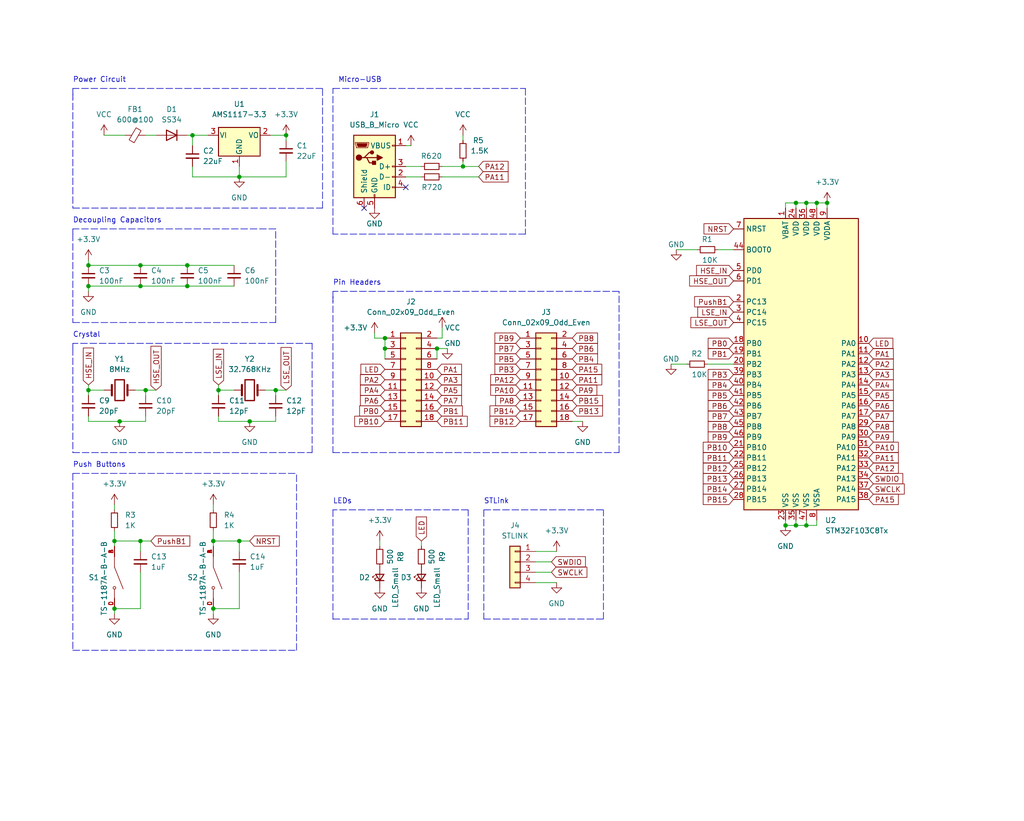
<source format=kicad_sch>
(kicad_sch (version 20211123) (generator eeschema)
  (paper "User" 250.012 200.381)
  (title_block (title "VaporBoard") (date "2022-09-11") (rev "0.1") (company "Vapor Studio") (comment 1 "Aesthetic STM32 based breakout board"))
  (lib_symbols
    (symbol "Connector:USB_B_Micro" (pin_names (offset 1.016))
      (property "Reference" "J" (at -5.08 11.43 0))
      (property "Value" "USB_B_Micro" (at -5.08 8.89 0))
      (symbol "USB_B_Micro_0_1"
        (rectangle (start -5.08 -7.62) (end 5.08 7.62) (stroke (width 0.254)) (fill (type background)))
        (circle (center -3.81 2.159) (radius 0.635) (stroke (width 0.254)) (fill (type outline)))
        (circle (center -0.635 3.429) (radius 0.381) (stroke (width 0.254)) (fill (type outline)))
        (rectangle (start -0.127 -7.62) (end 0.127 -6.858))
        (polyline (pts (xy -1.905 2.159) (xy 0.635 2.159)) (stroke (width 0.254)))
        (polyline (pts (xy -3.175 2.159) (xy -2.54 2.159) (xy -1.27 3.429) (xy -0.635 3.429)) (stroke (width 0.254)))
        (polyline (pts (xy -2.54 2.159) (xy -1.905 2.159) (xy -1.27 0.889) (xy 0 0.889)) (stroke (width 0.254)))
        (polyline (pts (xy 0.635 2.794) (xy 0.635 1.524) (xy 1.905 2.159) (xy 0.635 2.794)) (stroke (width 0.254)) (fill (type outline)))
        (polyline (pts (xy -4.318 5.588) (xy -1.778 5.588) (xy -2.032 4.826) (xy -4.064 4.826) (xy -4.318 5.588)) (fill (type outline)))
        (polyline (pts (xy -4.699 5.842) (xy -4.699 5.588) (xy -4.445 4.826) (xy -4.445 4.572) (xy -1.651 4.572) (xy -1.651 4.826) (xy -1.397 5.588) (xy -1.397 5.842) (xy -4.699 5.842)))
        (rectangle (start 0.254 1.27) (end -0.508 0.508) (stroke (width 0.254)) (fill (type outline)))
        (rectangle (start 5.08 -5.207) (end 4.318 -4.953))
        (rectangle (start 5.08 -2.667) (end 4.318 -2.413))
        (rectangle (start 5.08 -0.127) (end 4.318 0.127))
        (rectangle (start 5.08 4.953) (end 4.318 5.207))
      )
      (symbol "USB_B_Micro_1_1"
        (pin power_out line (at 7.62 5.08 180) (length 2.54) (name "VBUS") (number "1"))
        (pin bidirectional line (at 7.62 -2.54 180) (length 2.54) (name "D-") (number "2"))
        (pin bidirectional line (at 7.62 0 180) (length 2.54) (name "D+") (number "3"))
        (pin passive line (at 7.62 -5.08 180) (length 2.54) (name "ID") (number "4"))
        (pin power_out line (at 0 -10.16 90) (length 2.54) (name "GND") (number "5"))
        (pin passive line (at -2.54 -10.16 90) (length 2.54) (name "Shield") (number "6"))
      )
    )
    (symbol "Connector_Generic:Conn_01x04" (pin_names (offset 1.016) hide)
      (property "Reference" "J" (at 0 5.08 0))
      (property "Value" "Conn_01x04" (at 0 -7.62 0))
      (symbol "Conn_01x04_1_1"
        (rectangle (start -1.27 -4.953) (end 0 -5.207) (stroke (width 0.1524)))
        (rectangle (start -1.27 -2.413) (end 0 -2.667) (stroke (width 0.1524)))
        (rectangle (start -1.27 0.127) (end 0 -0.127) (stroke (width 0.1524)))
        (rectangle (start -1.27 2.667) (end 0 2.413) (stroke (width 0.1524)))
        (rectangle (start -1.27 3.81) (end 1.27 -6.35) (stroke (width 0.254)) (fill (type background)))
        (pin passive line (at -5.08 2.54 0) (length 3.81) (name "Pin_1") (number "1"))
        (pin passive line (at -5.08 0 0) (length 3.81) (name "Pin_2") (number "2"))
        (pin passive line (at -5.08 -2.54 0) (length 3.81) (name "Pin_3") (number "3"))
        (pin passive line (at -5.08 -5.08 0) (length 3.81) (name "Pin_4") (number "4"))
      )
    )
    (symbol "Connector_Generic:Conn_02x09_Odd_Even" (pin_names (offset 1.016) hide)
      (property "Reference" "J" (at 1.27 12.7 0))
      (property "Value" "Conn_02x09_Odd_Even" (at 1.27 -12.7 0))
      (symbol "Conn_02x09_Odd_Even_1_1"
        (rectangle (start -1.27 -10.033) (end 0 -10.287) (stroke (width 0.1524)))
        (rectangle (start -1.27 -7.493) (end 0 -7.747) (stroke (width 0.1524)))
        (rectangle (start -1.27 -4.953) (end 0 -5.207) (stroke (width 0.1524)))
        (rectangle (start -1.27 -2.413) (end 0 -2.667) (stroke (width 0.1524)))
        (rectangle (start -1.27 0.127) (end 0 -0.127) (stroke (width 0.1524)))
        (rectangle (start -1.27 2.667) (end 0 2.413) (stroke (width 0.1524)))
        (rectangle (start -1.27 5.207) (end 0 4.953) (stroke (width 0.1524)))
        (rectangle (start -1.27 7.747) (end 0 7.493) (stroke (width 0.1524)))
        (rectangle (start -1.27 10.287) (end 0 10.033) (stroke (width 0.1524)))
        (rectangle (start -1.27 11.43) (end 3.81 -11.43) (stroke (width 0.254)) (fill (type background)))
        (rectangle (start 3.81 -10.033) (end 2.54 -10.287) (stroke (width 0.1524)))
        (rectangle (start 3.81 -7.493) (end 2.54 -7.747) (stroke (width 0.1524)))
        (rectangle (start 3.81 -4.953) (end 2.54 -5.207) (stroke (width 0.1524)))
        (rectangle (start 3.81 -2.413) (end 2.54 -2.667) (stroke (width 0.1524)))
        (rectangle (start 3.81 0.127) (end 2.54 -0.127) (stroke (width 0.1524)))
        (rectangle (start 3.81 2.667) (end 2.54 2.413) (stroke (width 0.1524)))
        (rectangle (start 3.81 5.207) (end 2.54 4.953) (stroke (width 0.1524)))
        (rectangle (start 3.81 7.747) (end 2.54 7.493) (stroke (width 0.1524)))
        (rectangle (start 3.81 10.287) (end 2.54 10.033) (stroke (width 0.1524)))
        (pin passive line (at -5.08 10.16 0) (length 3.81) (name "Pin_1") (number "1"))
        (pin passive line (at 7.62 0 180) (length 3.81) (name "Pin_10") (number "10"))
        (pin passive line (at -5.08 -2.54 0) (length 3.81) (name "Pin_11") (number "11"))
        (pin passive line (at 7.62 -2.54 180) (length 3.81) (name "Pin_12") (number "12"))
        (pin passive line (at -5.08 -5.08 0) (length 3.81) (name "Pin_13") (number "13"))
        (pin passive line (at 7.62 -5.08 180) (length 3.81) (name "Pin_14") (number "14"))
        (pin passive line (at -5.08 -7.62 0) (length 3.81) (name "Pin_15") (number "15"))
        (pin passive line (at 7.62 -7.62 180) (length 3.81) (name "Pin_16") (number "16"))
        (pin passive line (at -5.08 -10.16 0) (length 3.81) (name "Pin_17") (number "17"))
        (pin passive line (at 7.62 -10.16 180) (length 3.81) (name "Pin_18") (number "18"))
        (pin passive line (at 7.62 10.16 180) (length 3.81) (name "Pin_2") (number "2"))
        (pin passive line (at -5.08 7.62 0) (length 3.81) (name "Pin_3") (number "3"))
        (pin passive line (at 7.62 7.62 180) (length 3.81) (name "Pin_4") (number "4"))
        (pin passive line (at -5.08 5.08 0) (length 3.81) (name "Pin_5") (number "5"))
        (pin passive line (at 7.62 5.08 180) (length 3.81) (name "Pin_6") (number "6"))
        (pin passive line (at -5.08 2.54 0) (length 3.81) (name "Pin_7") (number "7"))
        (pin passive line (at 7.62 2.54 180) (length 3.81) (name "Pin_8") (number "8"))
        (pin passive line (at -5.08 0 0) (length 3.81) (name "Pin_9") (number "9"))
      )
    )
    (symbol "Device:C_Small" (pin_numbers hide) (pin_names (offset 0.254) hide)
      (property "Reference" "C" (at 0.254 1.778 0))
      (property "Value" "C_Small" (at 0.254 -2.032 0))
      (symbol "C_Small_0_1"
        (polyline (pts (xy -1.524 -0.508) (xy 1.524 -0.508)) (stroke (width 0.3302)))
        (polyline (pts (xy -1.524 0.508) (xy 1.524 0.508)) (stroke (width 0.3048)))
      )
      (symbol "C_Small_1_1"
        (pin passive line (at 0 2.54 270) (length 2.032) (name "~") (number "1"))
        (pin passive line (at 0 -2.54 90) (length 2.032) (name "~") (number "2"))
      )
    )
    (symbol "Device:Crystal" (pin_numbers hide) (pin_names (offset 1.016) hide)
      (property "Reference" "Y" (at 0 3.81 0))
      (property "Value" "Crystal" (at 0 -3.81 0))
      (symbol "Crystal_0_1"
        (rectangle (start -1.143 2.54) (end 1.143 -2.54) (stroke (width 0.3048)))
        (polyline (pts (xy -2.54 0) (xy -1.905 0)))
        (polyline (pts (xy -1.905 -1.27) (xy -1.905 1.27)) (stroke (width 0.508)))
        (polyline (pts (xy 1.905 -1.27) (xy 1.905 1.27)) (stroke (width 0.508)))
        (polyline (pts (xy 2.54 0) (xy 1.905 0)))
      )
      (symbol "Crystal_1_1"
        (pin passive line (at -3.81 0 0) (length 1.27) (name "1") (number "1"))
        (pin passive line (at 3.81 0 180) (length 1.27) (name "2") (number "2"))
      )
    )
    (symbol "Device:D" (pin_numbers hide) (pin_names (offset 1.016) hide)
      (property "Reference" "D" (at 0 2.54 0))
      (property "Value" "D" (at 0 -2.54 0))
      (symbol "D_0_1"
        (polyline (pts (xy -1.27 1.27) (xy -1.27 -1.27)) (stroke (width 0.254)))
        (polyline (pts (xy 1.27 0) (xy -1.27 0)))
        (polyline (pts (xy 1.27 1.27) (xy 1.27 -1.27) (xy -1.27 0) (xy 1.27 1.27)) (stroke (width 0.254)))
      )
      (symbol "D_1_1"
        (pin passive line (at -3.81 0 0) (length 2.54) (name "K") (number "1"))
        (pin passive line (at 3.81 0 180) (length 2.54) (name "A") (number "2"))
      )
    )
    (symbol "Device:FerriteBead_Small" (pin_numbers hide) (pin_names (offset 0))
      (property "Reference" "FB" (at 1.905 1.27 0))
      (property "Value" "FerriteBead_Small" (at 1.905 -1.27 0))
      (symbol "FerriteBead_Small_0_1"
        (polyline (pts (xy 0 -1.27) (xy 0 -0.7874)))
        (polyline (pts (xy 0 0.889) (xy 0 1.2954)))
        (polyline (pts (xy -1.8288 0.2794) (xy -1.1176 1.4986) (xy 1.8288 -0.2032) (xy 1.1176 -1.4224) (xy -1.8288 0.2794)))
      )
      (symbol "FerriteBead_Small_1_1"
        (pin passive line (at 0 2.54 270) (length 1.27) (name "~") (number "1"))
        (pin passive line (at 0 -2.54 90) (length 1.27) (name "~") (number "2"))
      )
    )
    (symbol "Device:LED_Small" (pin_numbers hide) (pin_names (offset 0.254) hide)
      (property "Reference" "D" (at -1.27 3.175 0))
      (property "Value" "LED_Small" (at -4.445 -2.54 0))
      (symbol "LED_Small_0_1"
        (polyline (pts (xy -0.762 -1.016) (xy -0.762 1.016)) (stroke (width 0.254)))
        (polyline (pts (xy 1.016 0) (xy -0.762 0)))
        (polyline (pts (xy 0.762 -1.016) (xy -0.762 0) (xy 0.762 1.016) (xy 0.762 -1.016)) (stroke (width 0.254)))
        (polyline (pts (xy 0 0.762) (xy -0.508 1.27) (xy -0.254 1.27) (xy -0.508 1.27) (xy -0.508 1.016)))
        (polyline (pts (xy 0.508 1.27) (xy 0 1.778) (xy 0.254 1.778) (xy 0 1.778) (xy 0 1.524)))
      )
      (symbol "LED_Small_1_1"
        (pin passive line (at -2.54 0 0) (length 1.778) (name "K") (number "1"))
        (pin passive line (at 2.54 0 180) (length 1.778) (name "A") (number "2"))
      )
    )
    (symbol "Device:R_Small" (pin_numbers hide) (pin_names (offset 0.254) hide)
      (property "Reference" "R" (at 0.762 0.508 0))
      (property "Value" "R_Small" (at 0.762 -1.016 0))
      (symbol "R_Small_0_1"
        (rectangle (start -0.762 1.778) (end 0.762 -1.778) (stroke (width 0.2032)))
      )
      (symbol "R_Small_1_1"
        (pin passive line (at 0 2.54 270) (length 0.762) (name "~") (number "1"))
        (pin passive line (at 0 -2.54 90) (length 0.762) (name "~") (number "2"))
      )
    )
    (symbol "MCU_ST_STM32F1:STM32F103C8Tx"
      (property "Reference" "U" (at -15.24 36.83 0))
      (property "Value" "STM32F103C8Tx" (at 7.62 36.83 0))
      (symbol "STM32F103C8Tx_0_1"
        (rectangle (start -15.24 -35.56) (end 12.7 35.56) (stroke (width 0.254)) (fill (type background)))
      )
      (symbol "STM32F103C8Tx_1_1"
        (pin power_in line (at -5.08 38.1 270) (length 2.54) (name "VBAT") (number "1"))
        (pin bidirectional line (at 15.24 5.08 180) (length 2.54) (name "PA0") (number "10"))
        (pin bidirectional line (at 15.24 2.54 180) (length 2.54) (name "PA1") (number "11"))
        (pin bidirectional line (at 15.24 0 180) (length 2.54) (name "PA2") (number "12"))
        (pin bidirectional line (at 15.24 -2.54 180) (length 2.54) (name "PA3") (number "13"))
        (pin bidirectional line (at 15.24 -5.08 180) (length 2.54) (name "PA4") (number "14"))
        (pin bidirectional line (at 15.24 -7.62 180) (length 2.54) (name "PA5") (number "15"))
        (pin bidirectional line (at 15.24 -10.16 180) (length 2.54) (name "PA6") (number "16"))
        (pin bidirectional line (at 15.24 -12.7 180) (length 2.54) (name "PA7") (number "17"))
        (pin bidirectional line (at -17.78 5.08 0) (length 2.54) (name "PB0") (number "18"))
        (pin bidirectional line (at -17.78 2.54 0) (length 2.54) (name "PB1") (number "19"))
        (pin bidirectional line (at -17.78 15.24 0) (length 2.54) (name "PC13") (number "2"))
        (pin bidirectional line (at -17.78 0 0) (length 2.54) (name "PB2") (number "20"))
        (pin bidirectional line (at -17.78 -20.32 0) (length 2.54) (name "PB10") (number "21"))
        (pin bidirectional line (at -17.78 -22.86 0) (length 2.54) (name "PB11") (number "22"))
        (pin power_in line (at -5.08 -38.1 90) (length 2.54) (name "VSS") (number "23"))
        (pin power_in line (at -2.54 38.1 270) (length 2.54) (name "VDD") (number "24"))
        (pin bidirectional line (at -17.78 -25.4 0) (length 2.54) (name "PB12") (number "25"))
        (pin bidirectional line (at -17.78 -27.94 0) (length 2.54) (name "PB13") (number "26"))
        (pin bidirectional line (at -17.78 -30.48 0) (length 2.54) (name "PB14") (number "27"))
        (pin bidirectional line (at -17.78 -33.02 0) (length 2.54) (name "PB15") (number "28"))
        (pin bidirectional line (at 15.24 -15.24 180) (length 2.54) (name "PA8") (number "29"))
        (pin bidirectional line (at -17.78 12.7 0) (length 2.54) (name "PC14") (number "3"))
        (pin bidirectional line (at 15.24 -17.78 180) (length 2.54) (name "PA9") (number "30"))
        (pin bidirectional line (at 15.24 -20.32 180) (length 2.54) (name "PA10") (number "31"))
        (pin bidirectional line (at 15.24 -22.86 180) (length 2.54) (name "PA11") (number "32"))
        (pin bidirectional line (at 15.24 -25.4 180) (length 2.54) (name "PA12") (number "33"))
        (pin bidirectional line (at 15.24 -27.94 180) (length 2.54) (name "PA13") (number "34"))
        (pin power_in line (at -2.54 -38.1 90) (length 2.54) (name "VSS") (number "35"))
        (pin power_in line (at 0 38.1 270) (length 2.54) (name "VDD") (number "36"))
        (pin bidirectional line (at 15.24 -30.48 180) (length 2.54) (name "PA14") (number "37"))
        (pin bidirectional line (at 15.24 -33.02 180) (length 2.54) (name "PA15") (number "38"))
        (pin bidirectional line (at -17.78 -2.54 0) (length 2.54) (name "PB3") (number "39"))
        (pin bidirectional line (at -17.78 10.16 0) (length 2.54) (name "PC15") (number "4"))
        (pin bidirectional line (at -17.78 -5.08 0) (length 2.54) (name "PB4") (number "40"))
        (pin bidirectional line (at -17.78 -7.62 0) (length 2.54) (name "PB5") (number "41"))
        (pin bidirectional line (at -17.78 -10.16 0) (length 2.54) (name "PB6") (number "42"))
        (pin bidirectional line (at -17.78 -12.7 0) (length 2.54) (name "PB7") (number "43"))
        (pin input line (at -17.78 27.94 0) (length 2.54) (name "BOOT0") (number "44"))
        (pin bidirectional line (at -17.78 -15.24 0) (length 2.54) (name "PB8") (number "45"))
        (pin bidirectional line (at -17.78 -17.78 0) (length 2.54) (name "PB9") (number "46"))
        (pin power_in line (at 0 -38.1 90) (length 2.54) (name "VSS") (number "47"))
        (pin power_in line (at 2.54 38.1 270) (length 2.54) (name "VDD") (number "48"))
        (pin input line (at -17.78 22.86 0) (length 2.54) (name "PD0") (number "5"))
        (pin input line (at -17.78 20.32 0) (length 2.54) (name "PD1") (number "6"))
        (pin input line (at -17.78 33.02 0) (length 2.54) (name "NRST") (number "7"))
        (pin power_in line (at 2.54 -38.1 90) (length 2.54) (name "VSSA") (number "8"))
        (pin power_in line (at 5.08 38.1 270) (length 2.54) (name "VDDA") (number "9"))
      )
    )
    (symbol "Regulator_Linear:AMS1117-3.3" (pin_names (offset 0.254))
      (property "Reference" "U" (at -3.81 3.175 0))
      (property "Value" "AMS1117-3.3" (at 0 3.175 0))
      (symbol "AMS1117-3.3_0_1"
        (rectangle (start -5.08 -5.08) (end 5.08 1.905) (stroke (width 0.254)) (fill (type background)))
      )
      (symbol "AMS1117-3.3_1_1"
        (pin power_in line (at 0 -7.62 90) (length 2.54) (name "GND") (number "1"))
        (pin power_out line (at 7.62 0 180) (length 2.54) (name "VO") (number "2"))
        (pin power_in line (at -7.62 0 0) (length 2.54) (name "VI") (number "3"))
      )
    )
    (symbol "TS-1187A-B-A-B:TS-1187A-B-A-B" (pin_names (offset 1.016) hide)
      (property "Reference" "S" (at -2.54 2.54 0))
      (property "Value" "TS-1187A-B-A-B" (at -2.54 -2.54 0))
      (symbol "TS-1187A-B-A-B_0_0"
        (polyline (pts (xy -2.54 0) (xy -5.08 0)) (stroke (width 0.1524)))
        (polyline (pts (xy -2.54 0) (xy 2.794 2.1336)) (stroke (width 0.1524)))
        (polyline (pts (xy 5.08 0) (xy 2.921 0)) (stroke (width 0.1524)))
        (circle (center 2.54 0) (radius 0.3302) (stroke (width 0.1524)))
        (pin passive line (at -7.62 0 0) (length 2.54) (name "~") (number "A"))
        (pin passive line (at -7.62 0 0) (length 2.54) (name "~") (number "B"))
        (pin passive line (at 7.62 0 180) (length 2.54) (name "~") (number "C"))
        (pin passive line (at 7.62 0 180) (length 2.54) (name "~") (number "D"))
      )
    )
    (symbol "power:+3.3V" (power) (pin_names (offset 0))
      (property "Value" "+3.3V" (at 0 3.556 0))
      (symbol "+3.3V_0_1"
        (polyline (pts (xy -0.762 1.27) (xy 0 2.54)))
        (polyline (pts (xy 0 0) (xy 0 2.54)))
        (polyline (pts (xy 0 2.54) (xy 0.762 1.27)))
      )
      (symbol "+3.3V_1_1"
        (pin power_in line (at 0 0 90) (length 0) hide (name "+3.3V") (number "1"))
      )
    )
    (symbol "power:GND" (power) (pin_names (offset 0))
      (property "Value" "GND" (at 0 -3.81 0))
      (symbol "GND_0_1"
        (polyline (pts (xy 0 0) (xy 0 -1.27) (xy 1.27 -1.27) (xy 0 -2.54) (xy -1.27 -1.27) (xy 0 -1.27)))
      )
      (symbol "GND_1_1"
        (pin power_in line (at 0 0 270) (length 0) hide (name "GND") (number "1"))
      )
    )
    (symbol "power:VCC" (power) (pin_names (offset 0))
      (property "Value" "VCC" (at 0 3.81 0))
      (symbol "VCC_0_1"
        (polyline (pts (xy -0.762 1.27) (xy 0 2.54)))
        (polyline (pts (xy 0 0) (xy 0 2.54)))
        (polyline (pts (xy 0 2.54) (xy 0.762 1.27)))
      )
      (symbol "VCC_1_1"
        (pin power_in line (at 0 0 90) (length 0) hide (name "VCC") (number "1"))
      )
    )
  )
  (junction (at 27.94 132.08))
  (junction (at 60.96 102.87))
  (junction (at 58.42 132.08))
  (junction (at 93.98 85.09))
  (junction (at 201.93 49.53))
  (junction (at 196.85 128.27))
  (junction (at 93.98 82.55))
  (junction (at 69.85 33.02))
  (junction (at 191.77 128.27))
  (junction (at 113.03 40.64))
  (junction (at 21.59 69.85))
  (junction (at 199.39 49.53))
  (junction (at 27.94 148.59))
  (junction (at 46.99 33.02))
  (junction (at 194.31 128.27))
  (junction (at 21.59 95.25))
  (junction (at 67.31 95.25))
  (junction (at 45.72 69.85))
  (junction (at 196.85 49.53))
  (junction (at 29.21 102.87))
  (junction (at 35.56 95.25))
  (junction (at 21.59 64.77))
  (junction (at 34.29 64.77))
  (junction (at 34.29 132.08))
  (junction (at 194.31 49.53))
  (junction (at 45.72 64.77))
  (junction (at 53.34 95.25))
  (junction (at 52.07 132.08))
  (junction (at 34.29 69.85))
  (junction (at 106.68 85.09))
  (junction (at 58.42 43.18))
  (junction (at 52.07 148.59))
  (no_connect (at 88.9 50.8))
  (no_connect (at 99.06 45.72))
  (wire (pts (xy 196.85 127) (xy 196.85 128.27)))
  (polyline (pts (xy 114.3 124.46) (xy 81.28 124.46)))
  (wire (pts (xy 199.39 128.27) (xy 196.85 128.27)))
  (polyline (pts (xy 147.32 151.13) (xy 147.32 124.46)))
  (wire (pts (xy 113.03 33.02) (xy 113.03 34.29)))
  (wire (pts (xy 165.1 60.96) (xy 170.18 60.96)))
  (wire (pts (xy 139.7 102.87) (xy 142.24 102.87)))
  (wire (pts (xy 130.81 139.7) (xy 134.62 139.7)))
  (polyline (pts (xy 128.27 57.15) (xy 81.28 57.15)))
  (wire (pts (xy 67.31 101.6) (xy 67.31 102.87)))
  (polyline (pts (xy 17.78 78.74) (xy 67.31 78.74)))
  (polyline (pts (xy 78.74 21.59) (xy 17.78 21.59)))
  (polyline (pts (xy 17.78 57.15) (xy 17.78 78.74)))
  (wire (pts (xy 107.95 40.64) (xy 113.03 40.64)))
  (wire (pts (xy 33.02 95.25) (xy 35.56 95.25)))
  (wire (pts (xy 196.85 50.8) (xy 196.85 49.53)))
  (wire (pts (xy 93.98 82.55) (xy 93.98 85.09)))
  (wire (pts (xy 34.29 148.59) (xy 27.94 148.59)))
  (wire (pts (xy 107.95 43.18) (xy 116.84 43.18)))
  (wire (pts (xy 58.42 40.64) (xy 58.42 43.18)))
  (polyline (pts (xy 114.3 151.13) (xy 114.3 124.46)))
  (wire (pts (xy 35.56 101.6) (xy 35.56 102.87)))
  (wire (pts (xy 113.03 40.64) (xy 116.84 40.64)))
  (wire (pts (xy 53.34 95.25) (xy 57.15 95.25)))
  (wire (pts (xy 69.85 33.02) (xy 69.85 34.29)))
  (wire (pts (xy 130.81 142.24) (xy 135.89 142.24)))
  (wire (pts (xy 99.06 40.64) (xy 102.87 40.64)))
  (wire (pts (xy 38.1 95.25) (xy 35.56 95.25)))
  (wire (pts (xy 58.42 139.7) (xy 58.42 148.59)))
  (wire (pts (xy 91.44 82.55) (xy 91.44 81.28)))
  (wire (pts (xy 172.72 88.9) (xy 179.07 88.9)))
  (wire (pts (xy 35.56 95.25) (xy 35.56 96.52)))
  (wire (pts (xy 107.95 80.01) (xy 107.95 82.55)))
  (wire (pts (xy 27.94 129.54) (xy 27.94 132.08)))
  (wire (pts (xy 93.98 85.09) (xy 93.98 87.63)))
  (wire (pts (xy 34.29 69.85) (xy 45.72 69.85)))
  (wire (pts (xy 45.72 64.77) (xy 57.15 64.77)))
  (wire (pts (xy 25.4 33.02) (xy 30.48 33.02)))
  (wire (pts (xy 191.77 127) (xy 191.77 128.27)))
  (polyline (pts (xy 76.2 83.82) (xy 17.78 83.82)))
  (wire (pts (xy 191.77 49.53) (xy 194.31 49.53)))
  (wire (pts (xy 21.59 69.85) (xy 34.29 69.85)))
  (polyline (pts (xy 118.11 124.46) (xy 147.32 124.46)))
  (wire (pts (xy 21.59 64.77) (xy 34.29 64.77)))
  (wire (pts (xy 34.29 134.62) (xy 34.29 132.08)))
  (polyline (pts (xy 67.31 55.88) (xy 17.78 55.88)))
  (polyline (pts (xy 67.31 78.74) (xy 67.31 55.88)))
  (polyline (pts (xy 81.28 21.59) (xy 128.27 21.59)))
  (wire (pts (xy 21.59 69.85) (xy 21.59 71.12)))
  (wire (pts (xy 58.42 134.62) (xy 58.42 132.08)))
  (wire (pts (xy 53.34 102.87) (xy 60.96 102.87)))
  (wire (pts (xy 45.72 33.02) (xy 46.99 33.02)))
  (polyline (pts (xy 81.28 57.15) (xy 81.28 21.59)))
  (wire (pts (xy 199.39 49.53) (xy 201.93 49.53)))
  (wire (pts (xy 27.94 123.19) (xy 27.94 124.46)))
  (wire (pts (xy 46.99 40.64) (xy 46.99 43.18)))
  (wire (pts (xy 64.77 95.25) (xy 67.31 95.25)))
  (wire (pts (xy 196.85 128.27) (xy 194.31 128.27)))
  (polyline (pts (xy 76.2 110.49) (xy 76.2 83.82)))
  (wire (pts (xy 106.68 85.09) (xy 109.22 85.09)))
  (wire (pts (xy 113.03 39.37) (xy 113.03 40.64)))
  (wire (pts (xy 201.93 49.53) (xy 201.93 50.8)))
  (polyline (pts (xy 17.78 110.49) (xy 76.2 110.49)))
  (wire (pts (xy 196.85 49.53) (xy 194.31 49.53)))
  (polyline (pts (xy 17.78 83.82) (xy 17.78 85.09)))
  (wire (pts (xy 58.42 132.08) (xy 52.07 132.08)))
  (wire (pts (xy 67.31 95.25) (xy 67.31 96.52)))
  (wire (pts (xy 21.59 93.98) (xy 21.59 95.25)))
  (polyline (pts (xy 81.28 124.46) (xy 81.28 151.13)))
  (wire (pts (xy 53.34 101.6) (xy 53.34 102.87)))
  (wire (pts (xy 107.95 82.55) (xy 106.68 82.55)))
  (wire (pts (xy 130.81 134.62) (xy 135.89 134.62)))
  (wire (pts (xy 199.39 50.8) (xy 199.39 49.53)))
  (wire (pts (xy 34.29 64.77) (xy 45.72 64.77)))
  (wire (pts (xy 194.31 128.27) (xy 191.77 128.27)))
  (polyline (pts (xy 72.39 158.75) (xy 72.39 115.57)))
  (polyline (pts (xy 81.28 71.12) (xy 81.28 73.66)))
  (wire (pts (xy 27.94 148.59) (xy 27.94 149.86)))
  (wire (pts (xy 199.39 49.53) (xy 196.85 49.53)))
  (polyline (pts (xy 17.78 55.88) (xy 17.78 57.15)))
  (wire (pts (xy 52.07 123.19) (xy 52.07 124.46)))
  (wire (pts (xy 175.26 60.96) (xy 179.07 60.96)))
  (polyline (pts (xy 81.28 151.13) (xy 114.3 151.13)))
  (wire (pts (xy 53.34 93.98) (xy 53.34 95.25)))
  (wire (pts (xy 21.59 102.87) (xy 29.21 102.87)))
  (polyline (pts (xy 78.74 50.8) (xy 78.74 21.59)))
  (wire (pts (xy 21.59 101.6) (xy 21.59 102.87)))
  (wire (pts (xy 58.42 43.18) (xy 46.99 43.18)))
  (wire (pts (xy 46.99 33.02) (xy 46.99 35.56)))
  (polyline (pts (xy 17.78 158.75) (xy 72.39 158.75)))
  (polyline (pts (xy 17.78 22.86) (xy 17.78 50.8)))
  (wire (pts (xy 52.07 132.08) (xy 52.07 133.35)))
  (wire (pts (xy 99.06 35.56) (xy 100.33 35.56)))
  (wire (pts (xy 35.56 102.87) (xy 29.21 102.87)))
  (wire (pts (xy 34.29 132.08) (xy 36.83 132.08)))
  (wire (pts (xy 194.31 127) (xy 194.31 128.27)))
  (wire (pts (xy 99.06 43.18) (xy 102.87 43.18)))
  (polyline (pts (xy 128.27 21.59) (xy 128.27 57.15)))
  (wire (pts (xy 130.81 137.16) (xy 134.62 137.16)))
  (wire (pts (xy 102.87 132.08) (xy 102.87 133.35)))
  (wire (pts (xy 199.39 127) (xy 199.39 128.27)))
  (wire (pts (xy 52.07 148.59) (xy 52.07 149.86)))
  (wire (pts (xy 21.59 96.52) (xy 21.59 95.25)))
  (wire (pts (xy 163.83 88.9) (xy 167.64 88.9)))
  (wire (pts (xy 58.42 148.59) (xy 52.07 148.59)))
  (wire (pts (xy 106.68 85.09) (xy 106.68 87.63)))
  (polyline (pts (xy 81.28 124.46) (xy 81.28 124.46)))
  (wire (pts (xy 66.04 33.02) (xy 69.85 33.02)))
  (wire (pts (xy 27.94 132.08) (xy 27.94 133.35)))
  (polyline (pts (xy 17.78 50.8) (xy 78.74 50.8)))
  (wire (pts (xy 69.85 43.18) (xy 58.42 43.18)))
  (polyline (pts (xy 151.13 110.49) (xy 151.13 71.12)))
  (wire (pts (xy 69.85 39.37) (xy 69.85 43.18)))
  (wire (pts (xy 67.31 102.87) (xy 60.96 102.87)))
  (polyline (pts (xy 81.28 110.49) (xy 151.13 110.49)))
  (wire (pts (xy 69.85 95.25) (xy 67.31 95.25)))
  (wire (pts (xy 53.34 96.52) (xy 53.34 95.25)))
  (wire (pts (xy 35.56 33.02) (xy 38.1 33.02)))
  (wire (pts (xy 34.29 132.08) (xy 27.94 132.08)))
  (wire (pts (xy 46.99 33.02) (xy 50.8 33.02)))
  (wire (pts (xy 58.42 132.08) (xy 60.96 132.08)))
  (wire (pts (xy 191.77 50.8) (xy 191.77 49.53)))
  (wire (pts (xy 34.29 139.7) (xy 34.29 148.59)))
  (polyline (pts (xy 17.78 85.09) (xy 17.78 110.49)))
  (polyline (pts (xy 118.11 124.46) (xy 118.11 151.13)))
  (wire (pts (xy 21.59 95.25) (xy 25.4 95.25)))
  (wire (pts (xy 92.71 133.35) (xy 92.71 132.08)))
  (wire (pts (xy 52.07 129.54) (xy 52.07 132.08)))
  (polyline (pts (xy 17.78 115.57) (xy 17.78 158.75)))
  (polyline (pts (xy 17.78 115.57) (xy 72.39 115.57)))
  (wire (pts (xy 45.72 69.85) (xy 57.15 69.85)))
  (wire (pts (xy 194.31 50.8) (xy 194.31 49.53)))
  (polyline (pts (xy 118.11 151.13) (xy 147.32 151.13)))
  (polyline (pts (xy 151.13 71.12) (xy 81.28 71.12)))
  (polyline (pts (xy 81.28 72.39) (xy 81.28 110.49)))
  (wire (pts (xy 93.98 82.55) (xy 91.44 82.55)))
  (polyline (pts (xy 17.78 21.59) (xy 17.78 24.13)))
  (wire (pts (xy 21.59 63.5) (xy 21.59 64.77)))
  (text "Decoupling Capacitors" (at 17.78 54.61 0) (effects (font (size 1.27 1.27)) (justify left bottom)))
  (text "Push Buttons\n" (at 17.78 114.3 0) (effects (font (size 1.27 1.27)) (justify left bottom)))
  (text "Micro-USB\n" (at 82.55 20.32 0) (effects (font (size 1.27 1.27)) (justify left bottom)))
  (text "LEDs\n" (at 81.28 123.19 0) (effects (font (size 1.27 1.27)) (justify left bottom)))
  (text "Crystal" (at 17.78 82.55 0) (effects (font (size 1.27 1.27)) (justify left bottom)))
  (text "STLink\n" (at 118.11 123.19 0) (effects (font (size 1.27 1.27)) (justify left bottom)))
  (text "Pin Headers\n" (at 81.28 69.85 0) (effects (font (size 1.27 1.27)) (justify left bottom)))
  (text "Power Circuit" (at 17.78 20.32 0) (effects (font (size 1.27 1.27)) (justify left bottom)))
  (global_label "PA3" (shape input) (at 106.68 92.71 0) (property "Intersheet References" "${INTERSHEET_REFS}" (effects hide)))
  (global_label "LED" (shape input) (at 93.98 90.17 180) (property "Intersheet References" "${INTERSHEET_REFS}" (effects hide)))
  (global_label "HSE_OUT" (shape input) (at 179.07 68.58 180) (property "Intersheet References" "${INTERSHEET_REFS}" (effects hide)))
  (global_label "PB15" (shape input) (at 179.07 121.92 180) (property "Intersheet References" "${INTERSHEET_REFS}" (effects hide)))
  (global_label "PA11" (shape input) (at 212.09 111.76 0) (property "Intersheet References" "${INTERSHEET_REFS}" (effects hide)))
  (global_label "PB12" (shape input) (at 127 102.87 180) (property "Intersheet References" "${INTERSHEET_REFS}" (effects hide)))
  (global_label "PB9" (shape input) (at 127 82.55 180) (property "Intersheet References" "${INTERSHEET_REFS}" (effects hide)))
  (global_label "SWDIO" (shape input) (at 134.62 137.16 0) (property "Intersheet References" "${INTERSHEET_REFS}" (effects hide)))
  (global_label "PB6" (shape input) (at 179.07 99.06 180) (property "Intersheet References" "${INTERSHEET_REFS}" (effects hide)))
  (global_label "PA12" (shape input) (at 127 92.71 180) (property "Intersheet References" "${INTERSHEET_REFS}" (effects hide)))
  (global_label "PA7" (shape input) (at 106.68 97.79 0) (property "Intersheet References" "${INTERSHEET_REFS}" (effects hide)))
  (global_label "PA8" (shape input) (at 127 97.79 180) (property "Intersheet References" "${INTERSHEET_REFS}" (effects hide)))
  (global_label "PA4" (shape input) (at 212.09 93.98 0) (property "Intersheet References" "${INTERSHEET_REFS}" (effects hide)))
  (global_label "NRST" (shape input) (at 179.07 55.88 180) (property "Intersheet References" "${INTERSHEET_REFS}" (effects hide)))
  (global_label "PA2" (shape input) (at 212.09 88.9 0) (property "Intersheet References" "${INTERSHEET_REFS}" (effects hide)))
  (global_label "HSE_OUT" (shape input) (at 38.1 95.25 90) (property "Intersheet References" "${INTERSHEET_REFS}" (effects hide)))
  (global_label "PB14" (shape input) (at 179.07 119.38 180) (property "Intersheet References" "${INTERSHEET_REFS}" (effects hide)))
  (global_label "SWCLK" (shape input) (at 134.62 139.7 0) (property "Intersheet References" "${INTERSHEET_REFS}" (effects hide)))
  (global_label "PushB1" (shape input) (at 179.07 73.66 180) (property "Intersheet References" "${INTERSHEET_REFS}" (effects hide)))
  (global_label "LSE_OUT" (shape input) (at 179.07 78.74 180) (property "Intersheet References" "${INTERSHEET_REFS}" (effects hide)))
  (global_label "PB10" (shape input) (at 179.07 109.22 180) (property "Intersheet References" "${INTERSHEET_REFS}" (effects hide)))
  (global_label "PB10" (shape input) (at 93.98 102.87 180) (property "Intersheet References" "${INTERSHEET_REFS}" (effects hide)))
  (global_label "PA4" (shape input) (at 93.98 95.25 180) (property "Intersheet References" "${INTERSHEET_REFS}" (effects hide)))
  (global_label "PB11" (shape input) (at 106.68 102.87 0) (property "Intersheet References" "${INTERSHEET_REFS}" (effects hide)))
  (global_label "PB5" (shape input) (at 127 87.63 180) (property "Intersheet References" "${INTERSHEET_REFS}" (effects hide)))
  (global_label "PB8" (shape input) (at 139.7 82.55 0) (property "Intersheet References" "${INTERSHEET_REFS}" (effects hide)))
  (global_label "PA6" (shape input) (at 93.98 97.79 180) (property "Intersheet References" "${INTERSHEET_REFS}" (effects hide)))
  (global_label "PA5" (shape input) (at 106.68 95.25 0) (property "Intersheet References" "${INTERSHEET_REFS}" (effects hide)))
  (global_label "PB1" (shape input) (at 106.68 100.33 0) (property "Intersheet References" "${INTERSHEET_REFS}" (effects hide)))
  (global_label "PA15" (shape input) (at 212.09 121.92 0) (property "Intersheet References" "${INTERSHEET_REFS}" (effects hide)))
  (global_label "PA3" (shape input) (at 212.09 91.44 0) (property "Intersheet References" "${INTERSHEET_REFS}" (effects hide)))
  (global_label "PA1" (shape input) (at 106.68 90.17 0) (property "Intersheet References" "${INTERSHEET_REFS}" (effects hide)))
  (global_label "PB3" (shape input) (at 127 90.17 180) (property "Intersheet References" "${INTERSHEET_REFS}" (effects hide)))
  (global_label "PB11" (shape input) (at 179.07 111.76 180) (property "Intersheet References" "${INTERSHEET_REFS}" (effects hide)))
  (global_label "PB3" (shape input) (at 179.07 91.44 180) (property "Intersheet References" "${INTERSHEET_REFS}" (effects hide)))
  (global_label "HSE_IN" (shape input) (at 21.59 93.98 90) (property "Intersheet References" "${INTERSHEET_REFS}" (effects hide)))
  (global_label "PB4" (shape input) (at 139.7 87.63 0) (property "Intersheet References" "${INTERSHEET_REFS}" (effects hide)))
  (global_label "LSE_OUT" (shape input) (at 69.85 95.25 90) (property "Intersheet References" "${INTERSHEET_REFS}" (effects hide)))
  (global_label "PA6" (shape input) (at 212.09 99.06 0) (property "Intersheet References" "${INTERSHEET_REFS}" (effects hide)))
  (global_label "PB7" (shape input) (at 127 85.09 180) (property "Intersheet References" "${INTERSHEET_REFS}" (effects hide)))
  (global_label "PB7" (shape input) (at 179.07 101.6 180) (property "Intersheet References" "${INTERSHEET_REFS}" (effects hide)))
  (global_label "SWDIO" (shape input) (at 212.09 116.84 0) (property "Intersheet References" "${INTERSHEET_REFS}" (effects hide)))
  (global_label "PB12" (shape input) (at 179.07 114.3 180) (property "Intersheet References" "${INTERSHEET_REFS}" (effects hide)))
  (global_label "PushB1" (shape input) (at 36.83 132.08 0) (property "Intersheet References" "${INTERSHEET_REFS}" (effects hide)))
  (global_label "PA7" (shape input) (at 212.09 101.6 0) (property "Intersheet References" "${INTERSHEET_REFS}" (effects hide)))
  (global_label "PB0" (shape input) (at 93.98 100.33 180) (property "Intersheet References" "${INTERSHEET_REFS}" (effects hide)))
  (global_label "LSE_IN" (shape input) (at 179.07 76.2 180) (property "Intersheet References" "${INTERSHEET_REFS}" (effects hide)))
  (global_label "LED" (shape input) (at 212.09 83.82 0) (property "Intersheet References" "${INTERSHEET_REFS}" (effects hide)))
  (global_label "PB6" (shape input) (at 139.7 85.09 0) (property "Intersheet References" "${INTERSHEET_REFS}" (effects hide)))
  (global_label "PA12" (shape input) (at 212.09 114.3 0) (property "Intersheet References" "${INTERSHEET_REFS}" (effects hide)))
  (global_label "PB4" (shape input) (at 179.07 93.98 180) (property "Intersheet References" "${INTERSHEET_REFS}" (effects hide)))
  (global_label "PB9" (shape input) (at 179.07 106.68 180) (property "Intersheet References" "${INTERSHEET_REFS}" (effects hide)))
  (global_label "PA1" (shape input) (at 212.09 86.36 0) (property "Intersheet References" "${INTERSHEET_REFS}" (effects hide)))
  (global_label "PA9" (shape input) (at 212.09 106.68 0) (property "Intersheet References" "${INTERSHEET_REFS}" (effects hide)))
  (global_label "SWCLK" (shape input) (at 212.09 119.38 0) (property "Intersheet References" "${INTERSHEET_REFS}" (effects hide)))
  (global_label "PA12" (shape input) (at 116.84 40.64 0) (property "Intersheet References" "${INTERSHEET_REFS}" (effects hide)))
  (global_label "PB0" (shape input) (at 179.07 83.82 180) (property "Intersheet References" "${INTERSHEET_REFS}" (effects hide)))
  (global_label "PA11" (shape input) (at 116.84 43.18 0) (property "Intersheet References" "${INTERSHEET_REFS}" (effects hide)))
  (global_label "PB8" (shape input) (at 179.07 104.14 180) (property "Intersheet References" "${INTERSHEET_REFS}" (effects hide)))
  (global_label "NRST" (shape input) (at 60.96 132.08 0) (property "Intersheet References" "${INTERSHEET_REFS}" (effects hide)))
  (global_label "PA10" (shape input) (at 127 95.25 180) (property "Intersheet References" "${INTERSHEET_REFS}" (effects hide)))
  (global_label "PA11" (shape input) (at 139.7 92.71 0) (property "Intersheet References" "${INTERSHEET_REFS}" (effects hide)))
  (global_label "PA8" (shape input) (at 212.09 104.14 0) (property "Intersheet References" "${INTERSHEET_REFS}" (effects hide)))
  (global_label "PB13" (shape input) (at 139.7 100.33 0) (property "Intersheet References" "${INTERSHEET_REFS}" (effects hide)))
  (global_label "PA10" (shape input) (at 212.09 109.22 0) (property "Intersheet References" "${INTERSHEET_REFS}" (effects hide)))
  (global_label "HSE_IN" (shape input) (at 179.07 66.04 180) (property "Intersheet References" "${INTERSHEET_REFS}" (effects hide)))
  (global_label "PB5" (shape input) (at 179.07 96.52 180) (property "Intersheet References" "${INTERSHEET_REFS}" (effects hide)))
  (global_label "PB1" (shape input) (at 179.07 86.36 180) (property "Intersheet References" "${INTERSHEET_REFS}" (effects hide)))
  (global_label "PA5" (shape input) (at 212.09 96.52 0) (property "Intersheet References" "${INTERSHEET_REFS}" (effects hide)))
  (global_label "PB14" (shape input) (at 127 100.33 180) (property "Intersheet References" "${INTERSHEET_REFS}" (effects hide)))
  (global_label "LSE_IN" (shape input) (at 53.34 93.98 90) (property "Intersheet References" "${INTERSHEET_REFS}" (effects hide)))
  (global_label "PA2" (shape input) (at 93.98 92.71 180) (property "Intersheet References" "${INTERSHEET_REFS}" (effects hide)))
  (global_label "PA15" (shape input) (at 139.7 90.17 0) (property "Intersheet References" "${INTERSHEET_REFS}" (effects hide)))
  (global_label "PA9" (shape input) (at 139.7 95.25 0) (property "Intersheet References" "${INTERSHEET_REFS}" (effects hide)))
  (global_label "PB15" (shape input) (at 139.7 97.79 0) (property "Intersheet References" "${INTERSHEET_REFS}" (effects hide)))
  (global_label "PB13" (shape input) (at 179.07 116.84 180) (property "Intersheet References" "${INTERSHEET_REFS}" (effects hide)))
  (global_label "LED" (shape input) (at 102.87 132.08 90) (property "Intersheet References" "${INTERSHEET_REFS}" (effects hide)))
  (symbol (lib_id "power:GND") (at 21.59 71.12 0) (unit 1)
    (property "Reference" "#PWR010" (effects hide))
    (property "Value" "GND" (at 21.59 76.2 0))
  )
  (symbol (lib_id "Device:R_Small") (at 170.18 88.9 90) (unit 1)
    (property "Reference" "R2" (at 171.45 86.36 90) (effects (justify left)))
    (property "Value" "10K" (at 172.72 91.44 90) (effects (justify left)))
    (property "Footprint" "Resistor_SMD:R_0402_1005Metric" (effects hide))
  )
  (symbol (lib_id "power:GND") (at 91.44 50.8 0) (unit 1)
    (property "Reference" "#PWR020" (effects hide))
    (property "Value" "GND" (at 91.44 54.61 0))
  )
  (symbol (lib_id "power:+3.3V") (at 92.71 132.08 0) (unit 1)
    (property "Reference" "#PWR026" (effects hide))
    (property "Value" "+3.3V" (at 92.71 127 0))
  )
  (symbol (lib_id "Device:R_Small") (at 105.41 40.64 90) (unit 1)
    (property "Reference" "R6" (at 105.41 38.1 90) (effects (justify left)))
    (property "Value" "20" (at 107.95 38.1 90) (effects (justify left)))
    (property "Footprint" "Resistor_SMD:R_0402_1005Metric" (effects hide))
  )
  (symbol (lib_id "power:+3.3V") (at 91.44 81.28 0) (unit 1)
    (property "Reference" "#PWR024" (effects hide))
    (property "Value" "+3.3V" (at 83.82 80.01 0) (effects (justify left)))
  )
  (symbol (lib_id "Device:FerriteBead_Small") (at 33.02 33.02 90) (unit 1)
    (property "Reference" "FB1" (at 32.9819 26.67 90))
    (property "Value" "600@100" (at 32.9819 29.21 90))
    (property "Footprint" "Inductor_SMD:L_0805_2012Metric" (effects hide))
  )
  (symbol (lib_id "Regulator_Linear:AMS1117-3.3") (at 58.42 33.02 0) (unit 1)
    (property "Reference" "U1" (at 58.42 25.4 0))
    (property "Value" "AMS1117-3.3" (at 58.42 27.94 0))
    (property "Footprint" "Package_TO_SOT_SMD:SOT-223-3_TabPin2" (effects hide))
    (property "Datasheet" "http://www.advanced-monolithic.com/pdf/ds1117.pdf" (effects hide))
  )
  (symbol (lib_id "power:GND") (at 27.94 149.86 0) (unit 1)
    (property "Reference" "#PWR021" (effects hide))
    (property "Value" "GND" (at 27.94 154.94 0))
  )
  (symbol (lib_id "Device:C_Small") (at 45.72 67.31 0) (unit 1)
    (property "Reference" "C5" (at 48.26 66.04 0) (effects (justify left)))
    (property "Value" "100nF" (at 48.26 68.58 0) (effects (justify left)))
    (property "Footprint" "Capacitor_SMD:C_0402_1005Metric" (effects hide))
  )
  (symbol (lib_id "power:GND") (at 29.21 102.87 0) (unit 1)
    (property "Reference" "#PWR013" (effects hide))
    (property "Value" "GND" (at 29.21 107.95 0))
  )
  (symbol (lib_id "MCU_ST_STM32F1:STM32F103C8Tx") (at 196.85 88.9 0) (unit 1)
    (property "Reference" "U2" (at 201.4094 127 0) (effects (justify left)))
    (property "Value" "STM32F103C8Tx" (at 201.4094 129.54 0) (effects (justify left)))
    (property "Footprint" "Package_QFP:LQFP-48_7x7mm_P0.5mm" (effects hide))
    (property "Datasheet" "http://www.st.com/st-web-ui/static/active/en/resource/technical/document/datasheet/CD00161566.pdf" (effects hide))
  )
  (symbol (lib_id "power:GND") (at 58.42 43.18 0) (unit 1)
    (property "Reference" "#PWR05" (effects hide))
    (property "Value" "GND" (at 58.42 48.26 0))
  )
  (symbol (lib_id "power:+3.3V") (at 135.89 134.62 0) (unit 1)
    (property "Reference" "#PWR027" (effects hide))
    (property "Value" "+3.3V" (at 135.89 129.54 0))
  )
  (symbol (lib_id "power:GND") (at 163.83 88.9 0) (unit 1)
    (property "Reference" "#PWR012" (effects hide))
    (property "Value" "GND" (at 163.83 87.63 0))
  )
  (symbol (lib_id "power:GND") (at 142.24 102.87 0) (unit 1)
    (property "Reference" "#PWR031" (effects hide))
    (property "Value" "GND" (at 142.24 107.95 0))
  )
  (symbol (lib_id "Device:C_Small") (at 67.31 99.06 0) (unit 1)
    (property "Reference" "C12" (at 69.85 97.7962 0) (effects (justify left)))
    (property "Value" "12pF" (at 69.85 100.3362 0) (effects (justify left)))
    (property "Footprint" "Capacitor_SMD:C_0402_1005Metric" (effects hide))
  )
  (symbol (lib_id "Device:R_Small") (at 52.07 127 0) (unit 1)
    (property "Reference" "R4" (at 54.61 125.73 0) (effects (justify left)))
    (property "Value" "1K" (at 54.61 128.27 0) (effects (justify left)))
    (property "Footprint" "Resistor_SMD:R_0402_1005Metric" (effects hide))
  )
  (symbol (lib_id "Device:C_Small") (at 53.34 99.06 0) (unit 1)
    (property "Reference" "C11" (at 55.88 97.7962 0) (effects (justify left)))
    (property "Value" "12pF" (at 55.88 100.3362 0) (effects (justify left)))
    (property "Footprint" "Capacitor_SMD:C_0402_1005Metric" (effects hide))
  )
  (symbol (lib_id "Device:LED_Small") (at 102.87 140.97 90) (unit 1)
    (property "Reference" "D3" (at 97.79 140.97 90) (effects (justify right)))
    (property "Value" "LED_Small" (at 106.68 138.43 0) (effects (justify right)))
    (property "Footprint" "LED_SMD:LED_0603_1608Metric" (effects hide))
  )
  (symbol (lib_id "Device:LED_Small") (at 92.71 140.97 90) (unit 1)
    (property "Reference" "D2" (at 87.63 140.97 90) (effects (justify right)))
    (property "Value" "LED_Small" (at 96.52 138.43 0) (effects (justify right)))
    (property "Footprint" "LED_SMD:LED_0805_2012Metric" (effects hide))
  )
  (symbol (lib_id "Device:C_Small") (at 34.29 137.16 0) (unit 1)
    (property "Reference" "C13" (at 36.83 135.89 0) (effects (justify left)))
    (property "Value" "1uF" (at 36.83 138.43 0) (effects (justify left)))
    (property "Footprint" "Capacitor_SMD:C_0402_1005Metric" (effects hide))
  )
  (symbol (lib_id "Connector_Generic:Conn_02x09_Odd_Even") (at 99.06 92.71 0) (unit 1)
    (property "Reference" "J2" (at 100.33 73.66 0))
    (property "Value" "Conn_02x09_Odd_Even" (at 100.33 76.2 0))
    (property "Footprint" "Connector_PinHeader_2.54mm:PinHeader_2x09_P2.54mm_Vertical" (effects hide))
  )
  (symbol (lib_id "Device:C_Small") (at 69.85 36.83 0) (unit 1)
    (property "Reference" "C1" (at 72.39 35.5662 0) (effects (justify left)))
    (property "Value" "22uF" (at 72.39 38.1062 0) (effects (justify left)))
    (property "Footprint" "Capacitor_SMD:C_1206_3216Metric" (effects hide))
  )
  (symbol (lib_id "power:+3.3V") (at 27.94 123.19 0) (unit 1)
    (property "Reference" "#PWR016" (effects hide))
    (property "Value" "+3.3V" (at 27.94 118.11 0))
  )
  (symbol (lib_id "Device:C_Small") (at 46.99 38.1 0) (unit 1)
    (property "Reference" "C2" (at 49.53 36.8362 0) (effects (justify left)))
    (property "Value" "22uF" (at 49.53 39.3762 0) (effects (justify left)))
    (property "Footprint" "Capacitor_SMD:C_1206_3216Metric" (effects hide))
  )
  (symbol (lib_id "Device:C_Small") (at 34.29 67.31 0) (unit 1)
    (property "Reference" "C4" (at 36.83 66.0462 0) (effects (justify left)))
    (property "Value" "100nF" (at 36.83 68.5862 0) (effects (justify left)))
    (property "Footprint" "Capacitor_SMD:C_0402_1005Metric" (effects hide))
  )
  (symbol (lib_id "power:GND") (at 52.07 149.86 0) (unit 1)
    (property "Reference" "#PWR022" (effects hide))
    (property "Value" "GND" (at 52.07 154.94 0))
  )
  (symbol (lib_id "TS-1187A-B-A-B:TS-1187A-B-A-B") (at 52.07 140.97 270) (unit 1)
    (property "Reference" "S2" (at 45.72 140.97 90) (effects (justify left)))
    (property "Value" "TS-1187A-B-A-B" (at 49.53 132.08 0) (effects (justify left)))
    (property "Footprint" "SW_JLCPCB:SW_TS-1187A-B-A-B" (effects hide))
    (property "STANDARD" "Manufacturer Recommendations" (effects hide))
    (property "PARTREV" "A0" (effects hide))
    (property "MAXIMUM_PACKAGE_HEIGHT" "1.5mm" (effects hide))
    (property "MANUFACTURER" "XKB Industrial Precision" (effects hide))
  )
  (symbol (lib_id "power:GND") (at 191.77 128.27 0) (unit 1)
    (property "Reference" "#PWR015" (effects hide))
    (property "Value" "GND" (at 191.77 133.35 0))
  )
  (symbol (lib_id "power:+3.3V") (at 201.93 49.53 0) (unit 1)
    (property "Reference" "#PWR03" (effects hide))
    (property "Value" "+3.3V" (at 201.93 44.45 0))
  )
  (symbol (lib_id "Device:R_Small") (at 102.87 135.89 0) (unit 1)
    (property "Reference" "R9" (at 107.95 135.89 90))
    (property "Value" "500" (at 105.41 135.89 90))
    (property "Footprint" "Resistor_SMD:R_0402_1005Metric" (effects hide))
  )
  (symbol (lib_id "Connector:USB_B_Micro") (at 91.44 40.64 0) (unit 1)
    (property "Reference" "J1" (at 91.44 27.94 0))
    (property "Value" "USB_B_Micro" (at 91.44 30.48 0))
    (property "Footprint" "Connector_USB:USB_Micro-B_Molex-105017-0001" (effects hide))
  )
  (symbol (lib_id "Device:R_Small") (at 105.41 43.18 270) (unit 1)
    (property "Reference" "R7" (at 102.87 45.72 90) (effects (justify left)))
    (property "Value" "20" (at 105.41 45.72 90) (effects (justify left)))
    (property "Footprint" "Resistor_SMD:R_0402_1005Metric" (effects hide))
  )
  (symbol (lib_id "Device:Crystal") (at 60.96 95.25 0) (unit 1)
    (property "Reference" "Y2" (at 60.96 87.63 0))
    (property "Value" "32.768KHz" (at 60.96 90.17 0))
    (property "Footprint" "Crystal:Crystal_SMD_3215-2Pin_3.2x1.5mm" (effects hide))
  )
  (symbol (lib_id "power:VCC") (at 107.95 80.01 0) (unit 1)
    (property "Reference" "#PWR023" (effects hide))
    (property "Value" "VCC" (at 110.49 80.01 0))
  )
  (symbol (lib_id "Connector_Generic:Conn_01x04") (at 125.73 137.16 0) (mirror y) (unit 1)
    (property "Reference" "J4" (at 125.73 128.27 0))
    (property "Value" "STLINK" (at 125.73 130.81 0))
    (property "Footprint" "Connector_PinHeader_2.54mm:PinHeader_1x04_P2.54mm_Vertical" (effects hide))
  )
  (symbol (lib_id "Device:C_Small") (at 21.59 99.06 0) (unit 1)
    (property "Reference" "C9" (at 24.13 97.7962 0) (effects (justify left)))
    (property "Value" "20pF" (at 24.13 100.3362 0) (effects (justify left)))
    (property "Footprint" "Capacitor_SMD:C_0402_1005Metric" (effects hide))
  )
  (symbol (lib_id "Device:C_Small") (at 57.15 67.31 0) (unit 1)
    (property "Reference" "C6" (at 59.69 66.04 0) (effects (justify left)))
    (property "Value" "100nF" (at 59.69 68.58 0) (effects (justify left)))
    (property "Footprint" "Capacitor_SMD:C_0402_1005Metric" (effects hide))
  )
  (symbol (lib_id "Device:Crystal") (at 29.21 95.25 0) (unit 1)
    (property "Reference" "Y1" (at 29.21 87.63 0))
    (property "Value" "8MHz" (at 29.21 90.17 0))
    (property "Footprint" "Crystal:Crystal_SMD_5032-2Pin_5.0x3.2mm" (effects hide))
  )
  (symbol (lib_id "Device:R_Small") (at 92.71 135.89 0) (unit 1)
    (property "Reference" "R8" (at 97.79 135.89 90))
    (property "Value" "500" (at 95.25 135.89 90))
    (property "Footprint" "Resistor_SMD:R_0402_1005Metric" (effects hide))
  )
  (symbol (lib_id "power:GND") (at 165.1 60.96 0) (unit 1)
    (property "Reference" "#PWR06" (effects hide))
    (property "Value" "GND" (at 165.1 59.69 0))
  )
  (symbol (lib_id "Device:D") (at 41.91 33.02 180) (unit 1)
    (property "Reference" "D1" (at 41.91 26.67 0))
    (property "Value" "SS34" (at 41.91 29.21 0))
    (property "Footprint" "Diode_SMD:D_SOD-123" (effects hide))
  )
  (symbol (lib_id "Device:R_Small") (at 27.94 127 0) (unit 1)
    (property "Reference" "R3" (at 30.48 125.7299 0) (effects (justify left)))
    (property "Value" "1K" (at 30.48 128.2699 0) (effects (justify left)))
    (property "Footprint" "Resistor_SMD:R_0402_1005Metric" (effects hide))
  )
  (symbol (lib_id "power:GND") (at 102.87 143.51 0) (unit 1)
    (property "Reference" "#PWR030" (effects hide))
    (property "Value" "GND" (at 102.87 148.59 0))
  )
  (symbol (lib_id "power:+3.3V") (at 21.59 63.5 0) (unit 1)
    (property "Reference" "#PWR08" (effects hide))
    (property "Value" "+3.3V" (at 21.59 58.42 0))
  )
  (symbol (lib_id "power:GND") (at 60.96 102.87 0) (unit 1)
    (property "Reference" "#PWR014" (effects hide))
    (property "Value" "GND" (at 60.96 107.95 0))
  )
  (symbol (lib_id "Device:C_Small") (at 35.56 99.06 0) (unit 1)
    (property "Reference" "C10" (at 38.1 97.7962 0) (effects (justify left)))
    (property "Value" "20pF" (at 38.1 100.3362 0) (effects (justify left)))
    (property "Footprint" "Capacitor_SMD:C_0402_1005Metric" (effects hide))
  )
  (symbol (lib_id "Device:C_Small") (at 58.42 137.16 0) (unit 1)
    (property "Reference" "C14" (at 60.96 135.89 0) (effects (justify left)))
    (property "Value" "1uF" (at 60.96 138.43 0) (effects (justify left)))
    (property "Footprint" "Capacitor_SMD:C_0402_1005Metric" (effects hide))
  )
  (symbol (lib_id "Connector_Generic:Conn_02x09_Odd_Even") (at 132.08 92.71 0) (unit 1)
    (property "Reference" "J3" (at 133.35 76.2 0))
    (property "Value" "Conn_02x09_Odd_Even" (at 133.35 78.74 0))
    (property "Footprint" "Connector_PinHeader_2.54mm:PinHeader_2x09_P2.54mm_Vertical" (effects hide))
  )
  (symbol (lib_id "power:GND") (at 135.89 142.24 0) (unit 1)
    (property "Reference" "#PWR028" (effects hide))
    (property "Value" "GND" (at 135.89 147.32 0))
  )
  (symbol (lib_id "power:VCC") (at 100.33 35.56 0) (unit 1)
    (property "Reference" "#PWR019" (effects hide))
    (property "Value" "VCC" (at 100.33 30.48 0))
  )
  (symbol (lib_id "TS-1187A-B-A-B:TS-1187A-B-A-B") (at 27.94 140.97 270) (unit 1)
    (property "Reference" "S1" (at 21.59 140.97 90) (effects (justify left)))
    (property "Value" "TS-1187A-B-A-B" (at 25.4 132.08 0) (effects (justify left)))
    (property "Footprint" "SW_JLCPCB:SW_TS-1187A-B-A-B" (effects hide))
    (property "STANDARD" "Manufacturer Recommendations" (effects hide))
    (property "PARTREV" "A0" (effects hide))
    (property "MAXIMUM_PACKAGE_HEIGHT" "1.5mm" (effects hide))
    (property "MANUFACTURER" "XKB Industrial Precision" (effects hide))
  )
  (symbol (lib_id "Device:C_Small") (at 21.59 67.31 0) (unit 1)
    (property "Reference" "C3" (at 24.13 66.0462 0) (effects (justify left)))
    (property "Value" "100nF" (at 24.13 68.5862 0) (effects (justify left)))
    (property "Footprint" "Capacitor_SMD:C_0402_1005Metric" (effects hide))
  )
  (symbol (lib_id "power:+3.3V") (at 52.07 123.19 0) (unit 1)
    (property "Reference" "#PWR017" (effects hide))
    (property "Value" "+3.3V" (at 52.07 118.11 0))
  )
  (symbol (lib_id "power:GND") (at 109.22 85.09 0) (unit 1)
    (property "Reference" "#PWR025" (effects hide))
    (property "Value" "GND" (at 110.49 83.82 0))
  )
  (symbol (lib_id "power:+3.3V") (at 69.85 33.02 0) (unit 1)
    (property "Reference" "#PWR02" (effects hide))
    (property "Value" "+3.3V" (at 69.85 27.94 0))
  )
  (symbol (lib_id "Device:R_Small") (at 172.72 60.96 90) (unit 1)
    (property "Reference" "R1" (at 173.99 58.42 90) (effects (justify left)))
    (property "Value" "10K" (at 175.26 63.5 90) (effects (justify left)))
    (property "Footprint" "Resistor_SMD:R_0402_1005Metric" (effects hide))
  )
  (symbol (lib_id "power:VCC") (at 113.03 33.02 0) (unit 1)
    (property "Reference" "#PWR018" (effects hide))
    (property "Value" "VCC" (at 113.03 27.94 0))
  )
  (symbol (lib_id "power:GND") (at 92.71 143.51 0) (unit 1)
    (property "Reference" "#PWR029" (effects hide))
    (property "Value" "GND" (at 92.71 148.59 0))
  )
  (symbol (lib_id "power:VCC") (at 25.4 33.02 0) (unit 1)
    (property "Reference" "#PWR01" (effects hide))
    (property "Value" "VCC" (at 25.4 27.94 0))
  )
  (symbol (lib_id "Device:R_Small") (at 113.03 36.83 180) (unit 1)
    (property "Reference" "R5" (at 118.11 34.29 0) (effects (justify left)))
    (property "Value" "1.5K" (at 119.38 36.83 0) (effects (justify left)))
    (property "Footprint" "Resistor_SMD:R_0402_1005Metric" (effects hide))
  )
)
</source>
